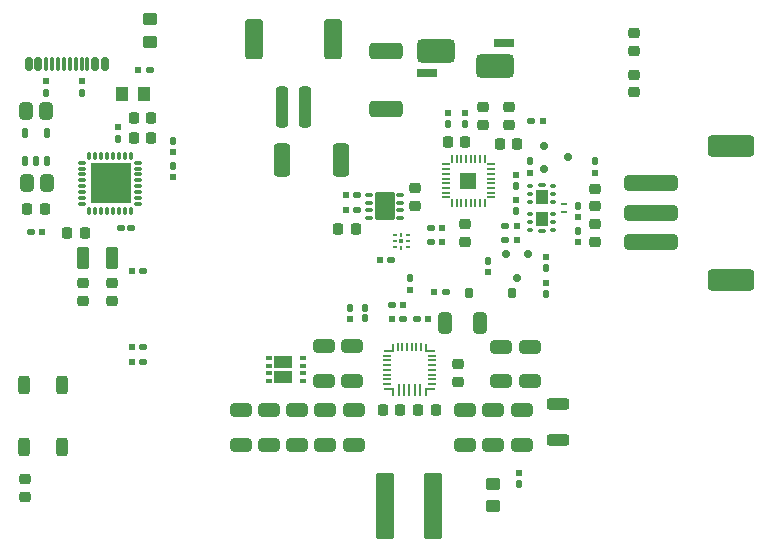
<source format=gbr>
%TF.GenerationSoftware,KiCad,Pcbnew,8.0.6-8.0.6-0~ubuntu24.04.1*%
%TF.CreationDate,2024-12-03T16:30:12-05:00*%
%TF.ProjectId,powerSupplyBoard,706f7765-7253-4757-9070-6c79426f6172,01*%
%TF.SameCoordinates,Original*%
%TF.FileFunction,Paste,Top*%
%TF.FilePolarity,Positive*%
%FSLAX46Y46*%
G04 Gerber Fmt 4.6, Leading zero omitted, Abs format (unit mm)*
G04 Created by KiCad (PCBNEW 8.0.6-8.0.6-0~ubuntu24.04.1) date 2024-12-03 16:30:12*
%MOMM*%
%LPD*%
G01*
G04 APERTURE LIST*
G04 Aperture macros list*
%AMRoundRect*
0 Rectangle with rounded corners*
0 $1 Rounding radius*
0 $2 $3 $4 $5 $6 $7 $8 $9 X,Y pos of 4 corners*
0 Add a 4 corners polygon primitive as box body*
4,1,4,$2,$3,$4,$5,$6,$7,$8,$9,$2,$3,0*
0 Add four circle primitives for the rounded corners*
1,1,$1+$1,$2,$3*
1,1,$1+$1,$4,$5*
1,1,$1+$1,$6,$7*
1,1,$1+$1,$8,$9*
0 Add four rect primitives between the rounded corners*
20,1,$1+$1,$2,$3,$4,$5,0*
20,1,$1+$1,$4,$5,$6,$7,0*
20,1,$1+$1,$6,$7,$8,$9,0*
20,1,$1+$1,$8,$9,$2,$3,0*%
%AMFreePoly0*
4,1,27,0.419134,0.596194,0.435355,0.585355,0.446194,0.569134,0.450000,0.550000,0.450000,-0.050000,0.446194,-0.069134,0.435355,-0.085355,0.419134,-0.096194,0.400000,-0.100000,-0.400000,-0.100000,-0.419134,-0.096194,-0.435355,-0.085355,-0.446194,-0.069134,-0.450000,-0.050000,-0.450000,0.050000,-0.446194,0.069134,-0.435355,0.085355,-0.419134,0.096194,-0.400000,0.100000,0.250000,0.100000,
0.250000,0.550000,0.253806,0.569134,0.264645,0.585355,0.280866,0.596194,0.300000,0.600000,0.400000,0.600000,0.419134,0.596194,0.419134,0.596194,$1*%
%AMFreePoly1*
4,1,27,0.419134,0.096194,0.435355,0.085355,0.446194,0.069134,0.450000,0.050000,0.450000,-0.550000,0.446194,-0.569134,0.435355,-0.585355,0.419134,-0.596194,0.400000,-0.600000,0.300000,-0.600000,0.280866,-0.596194,0.264645,-0.585355,0.253806,-0.569134,0.250000,-0.550000,0.250000,-0.100000,-0.400000,-0.100000,-0.419134,-0.096194,-0.435355,-0.085355,-0.446194,-0.069134,-0.450000,-0.050000,
-0.450000,0.050000,-0.446194,0.069134,-0.435355,0.085355,-0.419134,0.096194,-0.400000,0.100000,0.400000,0.100000,0.419134,0.096194,0.419134,0.096194,$1*%
%AMFreePoly2*
4,1,27,0.419134,0.096194,0.435355,0.085355,0.446194,0.069134,0.450000,0.050000,0.450000,-0.050000,0.446194,-0.069134,0.435355,-0.085355,0.419134,-0.096194,0.400000,-0.100000,-0.250000,-0.100000,-0.250000,-0.550000,-0.253806,-0.569134,-0.264645,-0.585355,-0.280866,-0.596194,-0.300000,-0.600000,-0.400000,-0.600000,-0.419134,-0.596194,-0.435355,-0.585355,-0.446194,-0.569134,-0.450000,-0.550000,
-0.450000,0.050000,-0.446194,0.069134,-0.435355,0.085355,-0.419134,0.096194,-0.400000,0.100000,0.400000,0.100000,0.419134,0.096194,0.419134,0.096194,$1*%
%AMFreePoly3*
4,1,27,-0.280866,0.596194,-0.264645,0.585355,-0.253806,0.569134,-0.250000,0.550000,-0.250000,0.100000,0.400000,0.100000,0.419134,0.096194,0.435355,0.085355,0.446194,0.069134,0.450000,0.050000,0.450000,-0.050000,0.446194,-0.069134,0.435355,-0.085355,0.419134,-0.096194,0.400000,-0.100000,-0.400000,-0.100000,-0.419134,-0.096194,-0.435355,-0.085355,-0.446194,-0.069134,-0.450000,-0.050000,
-0.450000,0.550000,-0.446194,0.569134,-0.435355,0.585355,-0.419134,0.596194,-0.400000,0.600000,-0.300000,0.600000,-0.280866,0.596194,-0.280866,0.596194,$1*%
G04 Aperture macros list end*
%ADD10RoundRect,0.275880X0.274120X-0.674120X0.274120X0.674120X-0.274120X0.674120X-0.274120X-0.674120X0*%
%ADD11RoundRect,0.137500X-0.152500X0.137500X-0.152500X-0.137500X0.152500X-0.137500X0.152500X0.137500X0*%
%ADD12RoundRect,0.145000X-0.145000X0.155000X-0.145000X-0.155000X0.145000X-0.155000X0.145000X0.155000X0*%
%ADD13RoundRect,0.217750X-0.267250X0.217750X-0.267250X-0.217750X0.267250X-0.217750X0.267250X0.217750X0*%
%ADD14RoundRect,0.217750X0.267250X-0.217750X0.267250X0.217750X-0.267250X0.217750X-0.267250X-0.217750X0*%
%ADD15RoundRect,0.275000X0.350000X-0.275000X0.350000X0.275000X-0.350000X0.275000X-0.350000X-0.275000X0*%
%ADD16RoundRect,0.137500X0.137500X0.152500X-0.137500X0.152500X-0.137500X-0.152500X0.137500X-0.152500X0*%
%ADD17RoundRect,0.145000X0.155000X0.145000X-0.155000X0.145000X-0.155000X-0.145000X0.155000X-0.145000X0*%
%ADD18RoundRect,0.137500X0.152500X-0.137500X0.152500X0.137500X-0.152500X0.137500X-0.152500X-0.137500X0*%
%ADD19RoundRect,0.145000X0.145000X-0.155000X0.145000X0.155000X-0.145000X0.155000X-0.145000X-0.155000X0*%
%ADD20RoundRect,0.217750X0.217750X0.267250X-0.217750X0.267250X-0.217750X-0.267250X0.217750X-0.267250X0*%
%ADD21RoundRect,0.291250X-0.616250X0.291250X-0.616250X-0.291250X0.616250X-0.291250X0.616250X0.291250X0*%
%ADD22RoundRect,0.137500X-0.137500X-0.152500X0.137500X-0.152500X0.137500X0.152500X-0.137500X0.152500X0*%
%ADD23RoundRect,0.145000X-0.155000X-0.145000X0.155000X-0.145000X0.155000X0.145000X-0.155000X0.145000X0*%
%ADD24RoundRect,0.150000X-0.150000X0.425000X-0.150000X-0.425000X0.150000X-0.425000X0.150000X0.425000X0*%
%ADD25RoundRect,0.075000X-0.075000X0.500000X-0.075000X-0.500000X0.075000X-0.500000X0.075000X0.500000X0*%
%ADD26RoundRect,0.250000X-1.153000X0.432500X-1.153000X-0.432500X1.153000X-0.432500X1.153000X0.432500X0*%
%ADD27RoundRect,0.275000X-0.350000X0.275000X-0.350000X-0.275000X0.350000X-0.275000X0.350000X0.275000X0*%
%ADD28RoundRect,0.291250X0.616250X-0.291250X0.616250X0.291250X-0.616250X0.291250X-0.616250X-0.291250X0*%
%ADD29RoundRect,0.145000X0.145000X-0.167500X0.145000X0.167500X-0.145000X0.167500X-0.145000X-0.167500X0*%
%ADD30RoundRect,0.087500X0.237500X0.087500X-0.237500X0.087500X-0.237500X-0.087500X0.237500X-0.087500X0*%
%ADD31RoundRect,0.050000X0.775000X1.125000X-0.775000X1.125000X-0.775000X-1.125000X0.775000X-1.125000X0*%
%ADD32RoundRect,0.062500X-0.187500X0.062500X-0.187500X-0.062500X0.187500X-0.062500X0.187500X0.062500X0*%
%ADD33RoundRect,0.217750X-0.217750X-0.267250X0.217750X-0.267250X0.217750X0.267250X-0.217750X0.267250X0*%
%ADD34RoundRect,0.087500X-0.127500X-0.087500X0.127500X-0.087500X0.127500X0.087500X-0.127500X0.087500X0*%
%ADD35RoundRect,0.275000X-0.275000X-0.350000X0.275000X-0.350000X0.275000X0.350000X-0.275000X0.350000X0*%
%ADD36RoundRect,0.087500X-0.242500X-0.087500X0.242500X-0.087500X0.242500X0.087500X-0.242500X0.087500X0*%
%ADD37FreePoly0,180.000000*%
%ADD38RoundRect,0.050000X0.250000X0.050000X-0.250000X0.050000X-0.250000X-0.050000X0.250000X-0.050000X0*%
%ADD39FreePoly1,180.000000*%
%ADD40RoundRect,0.050000X-0.050000X0.250000X-0.050000X-0.250000X0.050000X-0.250000X0.050000X0.250000X0*%
%ADD41FreePoly2,180.000000*%
%ADD42RoundRect,0.050000X-0.300000X-0.050000X0.300000X-0.050000X0.300000X0.050000X-0.300000X0.050000X0*%
%ADD43RoundRect,0.050000X-0.275000X-0.050000X0.275000X-0.050000X0.275000X0.050000X-0.275000X0.050000X0*%
%ADD44RoundRect,0.050000X-0.290000X-0.050000X0.290000X-0.050000X0.290000X0.050000X-0.290000X0.050000X0*%
%ADD45RoundRect,0.050000X-0.250000X-0.050000X0.250000X-0.050000X0.250000X0.050000X-0.250000X0.050000X0*%
%ADD46FreePoly3,180.000000*%
%ADD47RoundRect,0.050000X0.050000X-0.450000X0.050000X0.450000X-0.050000X0.450000X-0.050000X-0.450000X0*%
%ADD48RoundRect,0.050000X0.050000X-0.425000X0.050000X0.425000X-0.050000X0.425000X-0.050000X-0.425000X0*%
%ADD49RoundRect,0.150000X-0.150000X0.200000X-0.150000X-0.200000X0.150000X-0.200000X0.150000X0.200000X0*%
%ADD50RoundRect,0.250000X-0.525000X2.550000X-0.525000X-2.550000X0.525000X-2.550000X0.525000X2.550000X0*%
%ADD51RoundRect,0.275000X0.275000X0.350000X-0.275000X0.350000X-0.275000X-0.350000X0.275000X-0.350000X0*%
%ADD52RoundRect,0.250000X0.250000X1.500000X-0.250000X1.500000X-0.250000X-1.500000X0.250000X-1.500000X0*%
%ADD53RoundRect,0.250000X0.500000X1.450000X-0.500000X1.450000X-0.500000X-1.450000X0.500000X-1.450000X0*%
%ADD54RoundRect,0.137500X-0.137500X0.262500X-0.137500X-0.262500X0.137500X-0.262500X0.137500X0.262500X0*%
%ADD55RoundRect,0.278750X-0.278750X-0.453750X0.278750X-0.453750X0.278750X0.453750X-0.278750X0.453750X0*%
%ADD56RoundRect,0.087500X0.127500X0.087500X-0.127500X0.087500X-0.127500X-0.087500X0.127500X-0.087500X0*%
%ADD57RoundRect,0.087500X0.242500X0.087500X-0.242500X0.087500X-0.242500X-0.087500X0.242500X-0.087500X0*%
%ADD58RoundRect,0.050000X-0.100000X-0.050000X0.100000X-0.050000X0.100000X0.050000X-0.100000X0.050000X0*%
%ADD59RoundRect,0.050000X0.050000X-0.100000X0.050000X0.100000X-0.050000X0.100000X-0.050000X-0.100000X0*%
%ADD60RoundRect,0.100000X-0.100000X-0.100000X0.100000X-0.100000X0.100000X0.100000X-0.100000X0.100000X0*%
%ADD61RoundRect,0.278750X0.278750X0.453750X-0.278750X0.453750X-0.278750X-0.453750X0.278750X-0.453750X0*%
%ADD62RoundRect,0.150000X-0.200000X-0.150000X0.200000X-0.150000X0.200000X0.150000X-0.200000X0.150000X0*%
%ADD63RoundRect,0.250000X0.432500X1.153000X-0.432500X1.153000X-0.432500X-1.153000X0.432500X-1.153000X0*%
%ADD64RoundRect,0.250000X0.700000X-0.250000X0.700000X0.250000X-0.700000X0.250000X-0.700000X-0.250000X0*%
%ADD65RoundRect,0.507500X1.142500X0.507500X-1.142500X0.507500X-1.142500X-0.507500X1.142500X-0.507500X0*%
%ADD66RoundRect,0.190000X0.660000X0.190000X-0.660000X0.190000X-0.660000X-0.190000X0.660000X-0.190000X0*%
%ADD67RoundRect,0.250000X2.000000X-0.400000X2.000000X0.400000X-2.000000X0.400000X-2.000000X-0.400000X0*%
%ADD68RoundRect,0.250000X1.700000X-0.650000X1.700000X0.650000X-1.700000X0.650000X-1.700000X-0.650000X0*%
%ADD69RoundRect,0.190000X0.190000X0.205000X-0.190000X0.205000X-0.190000X-0.205000X0.190000X-0.205000X0*%
%ADD70RoundRect,0.250000X-0.250000X0.525000X-0.250000X-0.525000X0.250000X-0.525000X0.250000X0.525000X0*%
%ADD71RoundRect,0.291250X-0.291250X-0.616250X0.291250X-0.616250X0.291250X0.616250X-0.291250X0.616250X0*%
%ADD72RoundRect,0.050000X-0.650000X0.650000X-0.650000X-0.650000X0.650000X-0.650000X0.650000X0.650000X0*%
%ADD73RoundRect,0.145000X-0.167500X-0.145000X0.167500X-0.145000X0.167500X0.145000X-0.167500X0.145000X0*%
%ADD74RoundRect,0.075000X0.075000X-0.225000X0.075000X0.225000X-0.075000X0.225000X-0.075000X-0.225000X0*%
%ADD75RoundRect,0.075000X-0.225000X-0.075000X0.225000X-0.075000X0.225000X0.075000X-0.225000X0.075000X0*%
%ADD76RoundRect,0.075000X0.225000X0.075000X-0.225000X0.075000X-0.225000X-0.075000X0.225000X-0.075000X0*%
%ADD77RoundRect,0.250000X-1.475000X1.475000X-1.475000X-1.475000X1.475000X-1.475000X1.475000X1.475000X0*%
G04 APERTURE END LIST*
%TO.C,Q1*%
G36*
X132905000Y-115170000D02*
G01*
X133355000Y-115170000D01*
X133355000Y-114830000D01*
X132905000Y-114830000D01*
X132905000Y-115170000D01*
G37*
G36*
X132905000Y-115820000D02*
G01*
X133355000Y-115820000D01*
X133355000Y-115480000D01*
X132905000Y-115480000D01*
X132905000Y-115820000D01*
G37*
G36*
X132905000Y-116470000D02*
G01*
X133355000Y-116470000D01*
X133355000Y-116130000D01*
X132905000Y-116130000D01*
X132905000Y-116470000D01*
G37*
G36*
X132905000Y-117120000D02*
G01*
X133355000Y-117120000D01*
X133355000Y-116780000D01*
X132905000Y-116780000D01*
X132905000Y-117120000D01*
G37*
G36*
X133580000Y-115850000D02*
G01*
X135025000Y-115850000D01*
X135025000Y-114830000D01*
X133580000Y-114830000D01*
X133580000Y-115850000D01*
G37*
G36*
X133580000Y-117120000D02*
G01*
X135025000Y-117120000D01*
X135025000Y-116100000D01*
X133580000Y-116100000D01*
X133580000Y-117120000D01*
G37*
G36*
X135775000Y-115170000D02*
G01*
X136225000Y-115170000D01*
X136225000Y-114830000D01*
X135775000Y-114830000D01*
X135775000Y-115170000D01*
G37*
G36*
X135775000Y-115820000D02*
G01*
X136225000Y-115820000D01*
X136225000Y-115480000D01*
X135775000Y-115480000D01*
X135775000Y-115820000D01*
G37*
G36*
X135775000Y-116470000D02*
G01*
X136225000Y-116470000D01*
X136225000Y-116130000D01*
X135775000Y-116130000D01*
X135775000Y-116470000D01*
G37*
G36*
X135775000Y-117120000D02*
G01*
X136225000Y-117120000D01*
X136225000Y-116780000D01*
X135775000Y-116780000D01*
X135775000Y-117120000D01*
G37*
%TD*%
D10*
%TO.C,Y1*%
X117350000Y-106500000D03*
X119850000Y-106500000D03*
%TD*%
D11*
%TO.C,R28*%
X156550000Y-106410000D03*
D12*
X156550000Y-107365000D03*
%TD*%
D13*
%TO.C,C9*%
X119850000Y-108650000D03*
X119850000Y-110150000D03*
%TD*%
D14*
%TO.C,C38*%
X160700000Y-102150000D03*
X160700000Y-100650000D03*
%TD*%
D15*
%TO.C,D3*%
X152100000Y-125650000D03*
X152100000Y-127550000D03*
%TD*%
D16*
%TO.C,R10*%
X146590000Y-111700000D03*
D17*
X145635000Y-111700000D03*
%TD*%
D14*
%TO.C,C37*%
X160700000Y-105150000D03*
X160700000Y-103650000D03*
%TD*%
D18*
%TO.C,R11*%
X140000000Y-111690000D03*
D19*
X140000000Y-110735000D03*
%TD*%
D13*
%TO.C,C10*%
X112500000Y-125250000D03*
X112500000Y-126750000D03*
%TD*%
D20*
%TO.C,C6*%
X114150000Y-102400000D03*
X112650000Y-102400000D03*
%TD*%
%TO.C,C34*%
X154150000Y-96900000D03*
X152650000Y-96900000D03*
%TD*%
D21*
%TO.C,C23*%
X149700000Y-119425000D03*
X149700000Y-122375000D03*
%TD*%
D18*
%TO.C,R17*%
X160700000Y-99290000D03*
D19*
X160700000Y-98335000D03*
%TD*%
D22*
%TO.C,R13*%
X147110000Y-109400000D03*
D23*
X148065000Y-109400000D03*
%TD*%
D18*
%TO.C,R27*%
X159300000Y-105190000D03*
D19*
X159300000Y-104235000D03*
%TD*%
D24*
%TO.C,J1*%
X119200000Y-90075000D03*
X118400000Y-90075000D03*
D25*
X117250000Y-90075000D03*
X116250000Y-90075000D03*
X115750000Y-90075000D03*
X114750000Y-90075000D03*
D24*
X113600000Y-90075000D03*
X112800000Y-90075000D03*
X112800000Y-90075000D03*
X113600000Y-90075000D03*
D25*
X114250000Y-90075000D03*
X115250000Y-90075000D03*
X116750000Y-90075000D03*
X117750000Y-90075000D03*
D24*
X118400000Y-90075000D03*
X119200000Y-90075000D03*
%TD*%
D26*
%TO.C,NT2*%
X143000000Y-88959000D03*
X143000000Y-93941000D03*
%TD*%
D18*
%TO.C,R29*%
X159300000Y-103090000D03*
D19*
X159300000Y-102135000D03*
%TD*%
D16*
%TO.C,R25*%
X147790000Y-104000000D03*
D17*
X146835000Y-104000000D03*
%TD*%
D16*
%TO.C,R26*%
X147790000Y-105200000D03*
D17*
X146835000Y-105200000D03*
%TD*%
D21*
%TO.C,C29*%
X140300000Y-119425000D03*
X140300000Y-122375000D03*
%TD*%
D14*
%TO.C,C13*%
X149100000Y-117000000D03*
X149100000Y-115500000D03*
%TD*%
D27*
%TO.C,D1*%
X123000000Y-88200000D03*
X123000000Y-86300000D03*
%TD*%
D21*
%TO.C,C21*%
X152100000Y-119425000D03*
X152100000Y-122375000D03*
%TD*%
D28*
%TO.C,C26*%
X137750000Y-116925000D03*
X137750000Y-113975000D03*
%TD*%
D18*
%TO.C,R12*%
X145050000Y-109190000D03*
D19*
X145050000Y-108235000D03*
%TD*%
D16*
%TO.C,R36*%
X156290000Y-94900000D03*
D17*
X155335000Y-94900000D03*
%TD*%
D29*
%TO.C,C17*%
X141250000Y-111637000D03*
X141250000Y-110763000D03*
%TD*%
D11*
%TO.C,R2*%
X114250000Y-91560000D03*
D12*
X114250000Y-92515000D03*
%TD*%
D30*
%TO.C,U4*%
X144225000Y-103125000D03*
X144225000Y-102475000D03*
X144225000Y-101825000D03*
X144225000Y-101175000D03*
X141575000Y-101175000D03*
X141575000Y-101825000D03*
X141575000Y-102475000D03*
X141575000Y-103125000D03*
D31*
X142900000Y-102150000D03*
%TD*%
D32*
%TO.C,TH1*%
X158100000Y-101975000D03*
X158100000Y-102625000D03*
%TD*%
D33*
%TO.C,C5*%
X121650000Y-96400000D03*
X123150000Y-96400000D03*
%TD*%
D28*
%TO.C,C12*%
X155200000Y-116975000D03*
X155200000Y-114025000D03*
%TD*%
D14*
%TO.C,C36*%
X149700000Y-105150000D03*
X149700000Y-103650000D03*
%TD*%
D34*
%TO.C,Q4*%
X155250000Y-101750000D03*
X155250000Y-101100000D03*
X155250000Y-100450000D03*
X157150000Y-100450000D03*
X157150000Y-101100000D03*
X157150000Y-101750000D03*
D35*
X156200000Y-101385000D03*
D36*
X156200000Y-100325000D03*
%TD*%
D37*
%TO.C,U3*%
X146750000Y-117600000D03*
D38*
X146900000Y-117200000D03*
X146900000Y-116800000D03*
X146900000Y-116400000D03*
X146900000Y-116000000D03*
X146900000Y-115600000D03*
X146900000Y-115200000D03*
X146900000Y-114800000D03*
D39*
X146750000Y-114400000D03*
D40*
X146000000Y-114100000D03*
X145600000Y-114100000D03*
X145200000Y-114100000D03*
X144800000Y-114100000D03*
X144400000Y-114100000D03*
X144000000Y-114100000D03*
D41*
X143250000Y-114400000D03*
D42*
X143150000Y-114800000D03*
D43*
X143125000Y-115200000D03*
D44*
X143137500Y-115600000D03*
D45*
X143100000Y-116000000D03*
X143100000Y-116400000D03*
X143100000Y-116800000D03*
X143100000Y-117200000D03*
D46*
X143250000Y-117600000D03*
D47*
X144100000Y-117700000D03*
X144550000Y-117700000D03*
X145000000Y-117700000D03*
X145450000Y-117700000D03*
D48*
X145900000Y-117725000D03*
%TD*%
D21*
%TO.C,C22*%
X137900000Y-119425000D03*
X137900000Y-122375000D03*
%TD*%
D22*
%TO.C,R18*%
X139610000Y-101175000D03*
D23*
X140565000Y-101175000D03*
%TD*%
D22*
%TO.C,R8*%
X121510000Y-107600000D03*
D23*
X122465000Y-107600000D03*
%TD*%
D11*
%TO.C,R34*%
X154000000Y-101610000D03*
D12*
X154000000Y-102565000D03*
%TD*%
D21*
%TO.C,C25*%
X154500000Y-119425000D03*
X154500000Y-122375000D03*
%TD*%
D49*
%TO.C,Q3*%
X155050000Y-106200000D03*
X153150000Y-106200000D03*
X154100000Y-108200000D03*
%TD*%
D22*
%TO.C,R3*%
X122045000Y-90600000D03*
D23*
X123000000Y-90600000D03*
%TD*%
D20*
%TO.C,C4*%
X117550000Y-104400000D03*
X116050000Y-104400000D03*
%TD*%
D18*
%TO.C,R37*%
X155200000Y-99290000D03*
D19*
X155200000Y-98335000D03*
%TD*%
D50*
%TO.C,L1*%
X147025000Y-127500000D03*
X142975000Y-127500000D03*
%TD*%
D33*
%TO.C,C18*%
X142750000Y-119400000D03*
X144250000Y-119400000D03*
%TD*%
D16*
%TO.C,R5*%
X113890000Y-104300000D03*
D17*
X112935000Y-104300000D03*
%TD*%
D16*
%TO.C,R31*%
X154090000Y-105000000D03*
D17*
X153135000Y-105000000D03*
%TD*%
D51*
%TO.C,D2*%
X120650000Y-92600000D03*
X122550000Y-92600000D03*
%TD*%
D52*
%TO.C,J4*%
X136200000Y-93750000D03*
X134200000Y-93750000D03*
D53*
X138550000Y-88000000D03*
X131850000Y-88000000D03*
%TD*%
D54*
%TO.C,U1*%
X114350000Y-95900000D03*
X112450000Y-95900000D03*
X112450000Y-98300000D03*
X113400000Y-98300000D03*
X114350000Y-98300000D03*
%TD*%
D11*
%TO.C,R22*%
X149750000Y-94210000D03*
D12*
X149750000Y-95165000D03*
%TD*%
D22*
%TO.C,R6*%
X121500000Y-115350000D03*
D23*
X122455000Y-115350000D03*
%TD*%
D14*
%TO.C,C31*%
X151200000Y-95250000D03*
X151200000Y-93750000D03*
%TD*%
D21*
%TO.C,C20*%
X133100000Y-119425000D03*
X133100000Y-122375000D03*
%TD*%
D14*
%TO.C,C33*%
X145500000Y-102100000D03*
X145500000Y-100600000D03*
%TD*%
D55*
%TO.C,C1*%
X112550000Y-94100000D03*
X114250000Y-94100000D03*
%TD*%
D56*
%TO.C,Q2*%
X157150000Y-102835000D03*
X157150000Y-103485000D03*
X157150000Y-104135000D03*
X155250000Y-104135000D03*
X155250000Y-103485000D03*
X155250000Y-102835000D03*
D51*
X156200000Y-103200000D03*
D57*
X156200000Y-104260000D03*
%TD*%
D22*
%TO.C,R32*%
X142510000Y-106700000D03*
D23*
X143465000Y-106700000D03*
%TD*%
D58*
%TO.C,U6*%
X143750000Y-104600000D03*
X143750000Y-105100000D03*
X143750000Y-105600000D03*
D59*
X144300000Y-105650000D03*
D58*
X144850000Y-105600000D03*
X144850000Y-105100000D03*
X144850000Y-104600000D03*
D59*
X144300000Y-104550000D03*
D60*
X144300000Y-105100000D03*
%TD*%
D33*
%TO.C,C3*%
X121650000Y-94700000D03*
X123150000Y-94700000D03*
%TD*%
D11*
%TO.C,R9*%
X154300000Y-124710000D03*
D12*
X154300000Y-125665000D03*
%TD*%
D61*
%TO.C,C2*%
X114300000Y-100200000D03*
X112600000Y-100200000D03*
%TD*%
D62*
%TO.C,Q5*%
X156400000Y-97050000D03*
X156400000Y-98950000D03*
X158400000Y-98000000D03*
%TD*%
D16*
%TO.C,R14*%
X144490000Y-110500000D03*
D17*
X143535000Y-110500000D03*
%TD*%
D28*
%TO.C,C28*%
X140150000Y-116925000D03*
X140150000Y-113975000D03*
%TD*%
D63*
%TO.C,NT1*%
X139182000Y-98200000D03*
X134200000Y-98200000D03*
%TD*%
D21*
%TO.C,C27*%
X130750000Y-119425000D03*
X130750000Y-122375000D03*
%TD*%
D64*
%TO.C,F1*%
X157550000Y-121900000D03*
X157550000Y-118900000D03*
%TD*%
D11*
%TO.C,R35*%
X154000000Y-99510000D03*
D12*
X154000000Y-100465000D03*
%TD*%
D65*
%TO.C,R20*%
X152225000Y-90235000D03*
D66*
X153025000Y-88330000D03*
D65*
X147275000Y-88965000D03*
D66*
X146475000Y-90870000D03*
%TD*%
D67*
%TO.C,J5*%
X165450000Y-105200000D03*
X165450000Y-102700000D03*
X165450000Y-100200000D03*
D68*
X172250000Y-108400000D03*
X172250000Y-97000000D03*
%TD*%
D13*
%TO.C,C8*%
X117350000Y-108650000D03*
X117350000Y-110150000D03*
%TD*%
D69*
%TO.C,D4*%
X153655000Y-109450000D03*
X150045000Y-109450000D03*
%TD*%
D18*
%TO.C,R23*%
X124950000Y-99690000D03*
D19*
X124950000Y-98735000D03*
%TD*%
D20*
%TO.C,C32*%
X140450000Y-104050000D03*
X138950000Y-104050000D03*
%TD*%
D14*
%TO.C,C39*%
X164050000Y-92500000D03*
X164050000Y-91000000D03*
%TD*%
D33*
%TO.C,C35*%
X148250000Y-96700000D03*
X149750000Y-96700000D03*
%TD*%
D11*
%TO.C,R4*%
X120300000Y-95460000D03*
D12*
X120300000Y-96415000D03*
%TD*%
D70*
%TO.C,SW2*%
X115600000Y-117250000D03*
X115600000Y-122500000D03*
X112400000Y-117250000D03*
X112400000Y-122500000D03*
%TD*%
D71*
%TO.C,C14*%
X148025000Y-112000000D03*
X150975000Y-112000000D03*
%TD*%
D40*
%TO.C,U5*%
X151400000Y-98100000D03*
X151000000Y-98100000D03*
X150600000Y-98100000D03*
X150200000Y-98100000D03*
X149800000Y-98100000D03*
X149400000Y-98100000D03*
X149000000Y-98100000D03*
X148600000Y-98100000D03*
D38*
X148100000Y-98600000D03*
X148100000Y-99000000D03*
X148100000Y-99400000D03*
X148100000Y-99800000D03*
X148100000Y-100200000D03*
X148100000Y-100600000D03*
X148100000Y-101000000D03*
X148100000Y-101400000D03*
D40*
X148600000Y-101900000D03*
X149000000Y-101900000D03*
X149400000Y-101900000D03*
X149800000Y-101900000D03*
X150200000Y-101900000D03*
X150600000Y-101900000D03*
X151000000Y-101900000D03*
X151400000Y-101900000D03*
D45*
X151900000Y-101400000D03*
X151900000Y-101000000D03*
X151900000Y-100600000D03*
X151900000Y-100200000D03*
X151900000Y-99800000D03*
X151900000Y-99400000D03*
X151900000Y-99000000D03*
X151900000Y-98600000D03*
D72*
X150000000Y-100000000D03*
%TD*%
D16*
%TO.C,R33*%
X154090000Y-103800000D03*
D17*
X153135000Y-103800000D03*
%TD*%
D11*
%TO.C,R16*%
X156550000Y-108610000D03*
D12*
X156550000Y-109565000D03*
%TD*%
D14*
%TO.C,C30*%
X153400000Y-95250000D03*
X153400000Y-93750000D03*
%TD*%
D22*
%TO.C,R7*%
X121510000Y-114100000D03*
D23*
X122465000Y-114100000D03*
%TD*%
D21*
%TO.C,C24*%
X135500000Y-119425000D03*
X135500000Y-122375000D03*
%TD*%
D22*
%TO.C,R15*%
X143510000Y-111700000D03*
D23*
X144465000Y-111700000D03*
%TD*%
D14*
%TO.C,C40*%
X164050000Y-89000000D03*
X164050000Y-87500000D03*
%TD*%
D73*
%TO.C,C7*%
X120563000Y-104000000D03*
X121437000Y-104000000D03*
%TD*%
D11*
%TO.C,R1*%
X117250000Y-91560000D03*
D12*
X117250000Y-92515000D03*
%TD*%
D18*
%TO.C,R30*%
X151700000Y-107690000D03*
D19*
X151700000Y-106735000D03*
%TD*%
D22*
%TO.C,R19*%
X139610000Y-102475000D03*
D23*
X140565000Y-102475000D03*
%TD*%
D11*
%TO.C,R21*%
X148250000Y-94210000D03*
D12*
X148250000Y-95165000D03*
%TD*%
D20*
%TO.C,C19*%
X147250000Y-119400000D03*
X145750000Y-119400000D03*
%TD*%
D18*
%TO.C,R24*%
X124950000Y-97590000D03*
D19*
X124950000Y-96635000D03*
%TD*%
D74*
%TO.C,U2*%
X117900000Y-102550000D03*
X118400000Y-102550000D03*
X118900000Y-102550000D03*
X119400000Y-102550000D03*
X119900000Y-102550000D03*
X120400000Y-102550000D03*
X120900000Y-102550000D03*
X121400000Y-102550000D03*
D75*
X122000000Y-101950000D03*
X122000000Y-101450000D03*
X122000000Y-100950000D03*
X122000000Y-100450000D03*
X122000000Y-99950000D03*
X122000000Y-99450000D03*
X122000000Y-98950000D03*
X122000000Y-98450000D03*
D74*
X121400000Y-97850000D03*
X120900000Y-97850000D03*
X120400000Y-97850000D03*
X119900000Y-97850000D03*
X119400000Y-97850000D03*
X118900000Y-97850000D03*
X118400000Y-97850000D03*
X117900000Y-97850000D03*
D76*
X117300000Y-98450000D03*
X117300000Y-98950000D03*
X117300000Y-99450000D03*
X117300000Y-99950000D03*
X117300000Y-100450000D03*
X117300000Y-100950000D03*
X117300000Y-101450000D03*
X117300000Y-101950000D03*
D77*
X119700000Y-100200000D03*
%TD*%
D28*
%TO.C,C11*%
X152800000Y-116975000D03*
X152800000Y-114025000D03*
%TD*%
M02*

</source>
